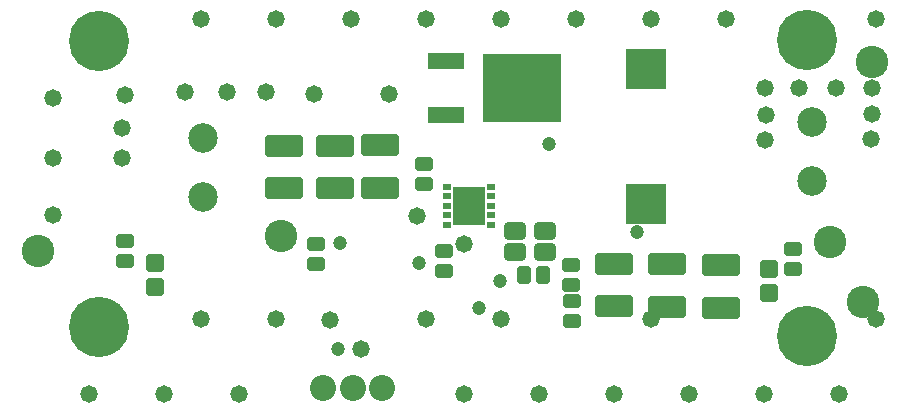
<source format=gts>
G04*
G04 #@! TF.GenerationSoftware,Altium Limited,Altium Designer,23.5.1 (21)*
G04*
G04 Layer_Color=8388736*
%FSLAX25Y25*%
%MOIN*%
G70*
G04*
G04 #@! TF.SameCoordinates,F2DA617C-CCEF-44E5-B4ED-05EE2DC053E7*
G04*
G04*
G04 #@! TF.FilePolarity,Negative*
G04*
G01*
G75*
G04:AMPARAMS|DCode=26|XSize=70.99mil|YSize=126.11mil|CornerRadius=8.72mil|HoleSize=0mil|Usage=FLASHONLY|Rotation=90.000|XOffset=0mil|YOffset=0mil|HoleType=Round|Shape=RoundedRectangle|*
%AMROUNDEDRECTD26*
21,1,0.07099,0.10866,0,0,90.0*
21,1,0.05354,0.12611,0,0,90.0*
1,1,0.01745,0.05433,0.02677*
1,1,0.01745,0.05433,-0.02677*
1,1,0.01745,-0.05433,-0.02677*
1,1,0.01745,-0.05433,0.02677*
%
%ADD26ROUNDEDRECTD26*%
%ADD27R,0.12020X0.05721*%
%ADD28R,0.26391X0.22650*%
%ADD29C,0.04737*%
G04:AMPARAMS|DCode=30|XSize=63.12mil|YSize=43.43mil|CornerRadius=6.66mil|HoleSize=0mil|Usage=FLASHONLY|Rotation=180.000|XOffset=0mil|YOffset=0mil|HoleType=Round|Shape=RoundedRectangle|*
%AMROUNDEDRECTD30*
21,1,0.06312,0.03012,0,0,180.0*
21,1,0.04980,0.04343,0,0,180.0*
1,1,0.01332,-0.02490,0.01506*
1,1,0.01332,0.02490,0.01506*
1,1,0.01332,0.02490,-0.01506*
1,1,0.01332,-0.02490,-0.01506*
%
%ADD30ROUNDEDRECTD30*%
G04:AMPARAMS|DCode=31|XSize=57.21mil|YSize=70.99mil|CornerRadius=8.92mil|HoleSize=0mil|Usage=FLASHONLY|Rotation=90.000|XOffset=0mil|YOffset=0mil|HoleType=Round|Shape=RoundedRectangle|*
%AMROUNDEDRECTD31*
21,1,0.05721,0.05315,0,0,90.0*
21,1,0.03937,0.07099,0,0,90.0*
1,1,0.01784,0.02657,0.01968*
1,1,0.01784,0.02657,-0.01968*
1,1,0.01784,-0.02657,-0.01968*
1,1,0.01784,-0.02657,0.01968*
%
%ADD31ROUNDEDRECTD31*%
%ADD32R,0.11036X0.12611*%
%ADD33R,0.03162X0.01981*%
G04:AMPARAMS|DCode=34|XSize=59.18mil|YSize=59.18mil|CornerRadius=9.12mil|HoleSize=0mil|Usage=FLASHONLY|Rotation=270.000|XOffset=0mil|YOffset=0mil|HoleType=Round|Shape=RoundedRectangle|*
%AMROUNDEDRECTD34*
21,1,0.05918,0.04095,0,0,270.0*
21,1,0.04095,0.05918,0,0,270.0*
1,1,0.01824,-0.02047,-0.02047*
1,1,0.01824,-0.02047,0.02047*
1,1,0.01824,0.02047,0.02047*
1,1,0.01824,0.02047,-0.02047*
%
%ADD34ROUNDEDRECTD34*%
G04:AMPARAMS|DCode=35|XSize=63.12mil|YSize=43.43mil|CornerRadius=6.66mil|HoleSize=0mil|Usage=FLASHONLY|Rotation=270.000|XOffset=0mil|YOffset=0mil|HoleType=Round|Shape=RoundedRectangle|*
%AMROUNDEDRECTD35*
21,1,0.06312,0.03012,0,0,270.0*
21,1,0.04980,0.04343,0,0,270.0*
1,1,0.01332,-0.01506,-0.02490*
1,1,0.01332,-0.01506,0.02490*
1,1,0.01332,0.01506,0.02490*
1,1,0.01332,0.01506,-0.02490*
%
%ADD35ROUNDEDRECTD35*%
%ADD36R,0.13300X0.13792*%
%ADD37C,0.08674*%
%ADD38C,0.09855*%
%ADD39C,0.20079*%
%ADD40C,0.10800*%
%ADD41C,0.05800*%
D26*
X236724Y36113D02*
D03*
Y50287D02*
D03*
X91000Y90087D02*
D03*
Y75913D02*
D03*
X108000Y90087D02*
D03*
Y75913D02*
D03*
X123100Y90187D02*
D03*
Y76013D02*
D03*
X218824Y36313D02*
D03*
Y50487D02*
D03*
X201024Y36613D02*
D03*
Y50787D02*
D03*
D27*
X145102Y118454D02*
D03*
Y100146D02*
D03*
D28*
X170298Y109300D02*
D03*
D29*
X208724Y61200D02*
D03*
X109200Y22200D02*
D03*
X136000Y51000D02*
D03*
X109627Y57754D02*
D03*
X163000Y45000D02*
D03*
X156000Y36000D02*
D03*
X179500Y90700D02*
D03*
D30*
X186724Y43752D02*
D03*
Y50248D02*
D03*
X38000Y58248D02*
D03*
Y51752D02*
D03*
X187000Y38248D02*
D03*
Y31752D02*
D03*
X144363Y48363D02*
D03*
Y54859D02*
D03*
X101700Y57148D02*
D03*
Y50652D02*
D03*
X137800Y83848D02*
D03*
Y77352D02*
D03*
X260724Y49000D02*
D03*
Y55496D02*
D03*
D31*
X168000Y61524D02*
D03*
Y54476D02*
D03*
X178000D02*
D03*
Y61524D02*
D03*
D32*
X152724Y70000D02*
D03*
D33*
X160205Y63701D02*
D03*
Y66850D02*
D03*
Y70000D02*
D03*
Y73150D02*
D03*
Y76299D02*
D03*
X145244Y63701D02*
D03*
Y66850D02*
D03*
Y70000D02*
D03*
Y73150D02*
D03*
Y76299D02*
D03*
D34*
X48000Y51134D02*
D03*
Y42866D02*
D03*
X252724Y49134D02*
D03*
Y40866D02*
D03*
D35*
X177496Y47000D02*
D03*
X171000D02*
D03*
D36*
X211700Y70600D02*
D03*
Y115600D02*
D03*
D37*
X104192Y9174D02*
D03*
X114035D02*
D03*
X123877D02*
D03*
D38*
X267000Y97843D02*
D03*
Y78158D02*
D03*
X64000Y73000D02*
D03*
Y92685D02*
D03*
D39*
X29528Y29528D02*
D03*
X265472Y125472D02*
D03*
Y26528D02*
D03*
X29252Y124953D02*
D03*
D40*
X9000Y55000D02*
D03*
X90000Y60000D02*
D03*
X287000Y118000D02*
D03*
X273000Y58000D02*
D03*
X284000Y38000D02*
D03*
D41*
X135303Y66711D02*
D03*
X154400Y72758D02*
D03*
X150700Y67357D02*
D03*
X275200Y109200D02*
D03*
X262600D02*
D03*
X287100Y100700D02*
D03*
X286700Y92400D02*
D03*
X251600Y100200D02*
D03*
X251500Y91900D02*
D03*
X286928Y109202D02*
D03*
X251494D02*
D03*
X106400Y32100D02*
D03*
X116700Y22400D02*
D03*
X14000Y106000D02*
D03*
Y86000D02*
D03*
Y67000D02*
D03*
X37000Y86000D02*
D03*
Y96000D02*
D03*
X85000Y108000D02*
D03*
X72000D02*
D03*
X58000D02*
D03*
X38000Y107000D02*
D03*
X288500Y132158D02*
D03*
Y32157D02*
D03*
X276000Y7158D02*
D03*
X251000D02*
D03*
X238500Y132158D02*
D03*
X226000Y7158D02*
D03*
X213500Y132158D02*
D03*
Y32157D02*
D03*
X201000Y7158D02*
D03*
X188500Y132158D02*
D03*
X176000Y7158D02*
D03*
X163500Y132158D02*
D03*
X151000Y57157D02*
D03*
X163500Y32157D02*
D03*
X151000Y7158D02*
D03*
X138500Y132158D02*
D03*
X126000Y107158D02*
D03*
X138500Y32157D02*
D03*
X113500Y132158D02*
D03*
X101000Y107158D02*
D03*
X88500Y132158D02*
D03*
Y32157D02*
D03*
X76000Y7158D02*
D03*
X63500Y132158D02*
D03*
Y32157D02*
D03*
X51000Y7158D02*
D03*
X26000D02*
D03*
M02*

</source>
